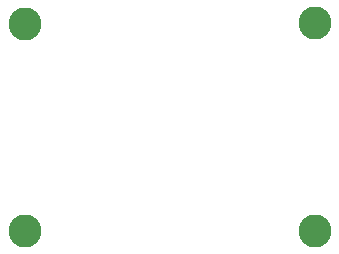
<source format=gbp>
G04 #@! TF.GenerationSoftware,KiCad,Pcbnew,(6.0.5)*
G04 #@! TF.CreationDate,2022-09-27T11:09:55-06:00*
G04 #@! TF.ProjectId,Double_MicroD_25_Gateway,446f7562-6c65-45f4-9d69-63726f445f32,rev?*
G04 #@! TF.SameCoordinates,Original*
G04 #@! TF.FileFunction,Paste,Bot*
G04 #@! TF.FilePolarity,Positive*
%FSLAX46Y46*%
G04 Gerber Fmt 4.6, Leading zero omitted, Abs format (unit mm)*
G04 Created by KiCad (PCBNEW (6.0.5)) date 2022-09-27 11:09:55*
%MOMM*%
%LPD*%
G01*
G04 APERTURE LIST*
%ADD10C,2.800000*%
G04 APERTURE END LIST*
D10*
X12275000Y8800000D03*
X-12275000Y8740000D03*
X-12275000Y-8860000D03*
X12275000Y-8800000D03*
M02*

</source>
